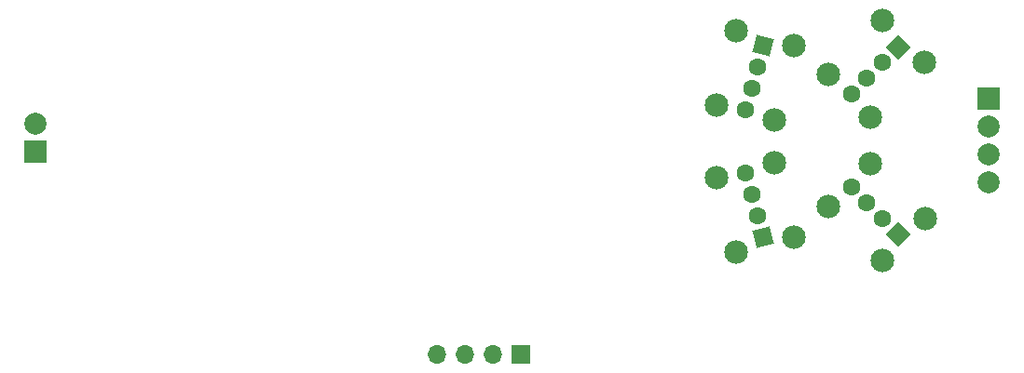
<source format=gbs>
G04 #@! TF.GenerationSoftware,KiCad,Pcbnew,8.0.2*
G04 #@! TF.CreationDate,2024-09-05T18:17:44-04:00*
G04 #@! TF.ProjectId,5v-regulator-v1,35762d72-6567-4756-9c61-746f722d7631,rev?*
G04 #@! TF.SameCoordinates,Original*
G04 #@! TF.FileFunction,Soldermask,Bot*
G04 #@! TF.FilePolarity,Negative*
%FSLAX46Y46*%
G04 Gerber Fmt 4.6, Leading zero omitted, Abs format (unit mm)*
G04 Created by KiCad (PCBNEW 8.0.2) date 2024-09-05 18:17:44*
%MOMM*%
%LPD*%
G01*
G04 APERTURE LIST*
G04 Aperture macros list*
%AMRotRect*
0 Rectangle, with rotation*
0 The origin of the aperture is its center*
0 $1 length*
0 $2 width*
0 $3 Rotation angle, in degrees counterclockwise*
0 Add horizontal line*
21,1,$1,$2,0,0,$3*%
G04 Aperture macros list end*
%ADD10RotRect,1.600000X1.600000X105.000000*%
%ADD11C,1.600000*%
%ADD12C,2.150000*%
%ADD13RotRect,1.600000X1.600000X225.000000*%
%ADD14R,2.000000X2.000000*%
%ADD15C,2.000000*%
%ADD16R,1.700000X1.700000*%
%ADD17O,1.700000X1.700000*%
%ADD18RotRect,1.600000X1.600000X255.000000*%
%ADD19RotRect,1.600000X1.600000X135.000000*%
G04 APERTURE END LIST*
D10*
X187111364Y-78010343D03*
D11*
X186593726Y-76078491D03*
X186076088Y-74146640D03*
X185558449Y-72214787D03*
D12*
X184672983Y-79419458D03*
X189927619Y-78011480D03*
X182861251Y-72657977D03*
X188115888Y-71250000D03*
D13*
X199371101Y-60744787D03*
D11*
X197956887Y-62159001D03*
X196542674Y-63573214D03*
X195128460Y-64987429D03*
D12*
X201810620Y-62151929D03*
X197963959Y-58305270D03*
X196860873Y-67101676D03*
X193014210Y-63255016D03*
D14*
X207615887Y-65460000D03*
D15*
X207615887Y-68000000D03*
X207615887Y-70540000D03*
X207615887Y-73080000D03*
D14*
X121000000Y-70290000D03*
D15*
X121000000Y-67750000D03*
D16*
X165080000Y-88750000D03*
D17*
X162539996Y-88749998D03*
X160000000Y-88750000D03*
X157460000Y-88750000D03*
D18*
X187111364Y-60633422D03*
D11*
X186593726Y-62565274D03*
X186076088Y-64497125D03*
X185558450Y-66428978D03*
D12*
X189927621Y-60632283D03*
X184672984Y-59224311D03*
X188115887Y-67393764D03*
X182861249Y-65985789D03*
D19*
X199391233Y-77755214D03*
D11*
X197977019Y-76341000D03*
X196562806Y-74926787D03*
X195148591Y-73512573D03*
D12*
X197984091Y-80194733D03*
X201830750Y-76348072D03*
X193034344Y-75244986D03*
X196881004Y-71398323D03*
M02*

</source>
